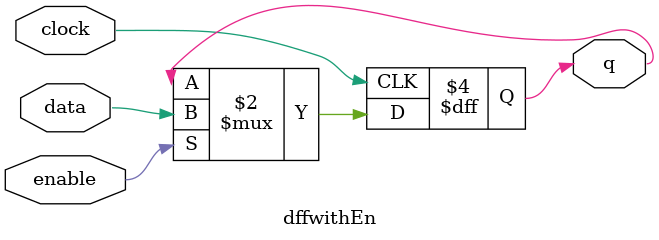
<source format=v>
module dffwithEn(data,clock,enable,q);
    input data,clock,enable;
    output q;
    reg q;
    
    always@(posedge clock)
      begin
        if(enable) 
          q <= data;
      end
      
endmodule
    

</source>
